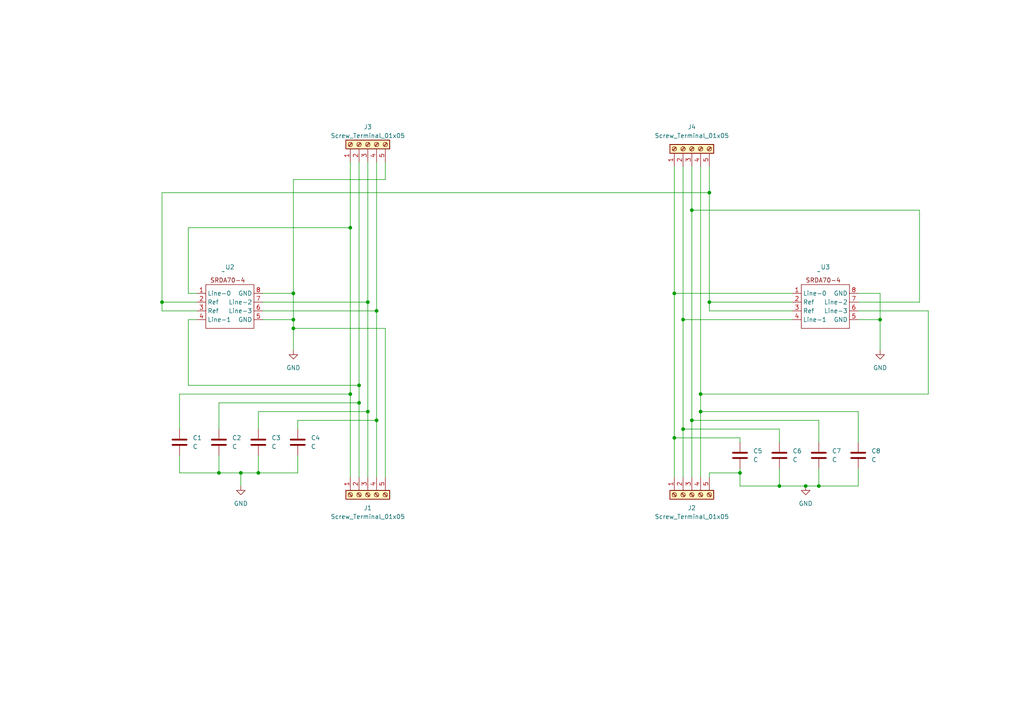
<source format=kicad_sch>
(kicad_sch (version 20230121) (generator eeschema)
  (paper "A4")
  (lib_symbols
    (symbol "Connector:Screw_Terminal_01x05" (pin_names (offset 1.016) hide)
      (property "Reference" "J" (at 0 7.62 0))
      (property "Value" "Screw_Terminal_01x05" (at 0 -7.62 0))
      (symbol "Screw_Terminal_01x05_1_1"
        (rectangle (start -1.27 6.35) (end 1.27 -6.35) (stroke (width 0.254)) (fill (type background)))
        (circle (center 0 -5.08) (radius 0.635) (stroke (width 0.1524)))
        (circle (center 0 -2.54) (radius 0.635) (stroke (width 0.1524)))
        (polyline (pts (xy -0.5334 -4.7498) (xy 0.3302 -5.588)) (stroke (width 0.1524)))
        (polyline (pts (xy -0.5334 -2.2098) (xy 0.3302 -3.048)) (stroke (width 0.1524)))
        (polyline (pts (xy -0.5334 0.3302) (xy 0.3302 -0.508)) (stroke (width 0.1524)))
        (polyline (pts (xy -0.5334 2.8702) (xy 0.3302 2.032)) (stroke (width 0.1524)))
        (polyline (pts (xy -0.5334 5.4102) (xy 0.3302 4.572)) (stroke (width 0.1524)))
        (polyline (pts (xy -0.3556 -4.572) (xy 0.508 -5.4102)) (stroke (width 0.1524)))
        (polyline (pts (xy -0.3556 -2.032) (xy 0.508 -2.8702)) (stroke (width 0.1524)))
        (polyline (pts (xy -0.3556 0.508) (xy 0.508 -0.3302)) (stroke (width 0.1524)))
        (polyline (pts (xy -0.3556 3.048) (xy 0.508 2.2098)) (stroke (width 0.1524)))
        (polyline (pts (xy -0.3556 5.588) (xy 0.508 4.7498)) (stroke (width 0.1524)))
        (circle (center 0 0) (radius 0.635) (stroke (width 0.1524)))
        (circle (center 0 2.54) (radius 0.635) (stroke (width 0.1524)))
        (circle (center 0 5.08) (radius 0.635) (stroke (width 0.1524)))
        (pin passive line (at -5.08 5.08 0) (length 3.81) (name "Pin_1") (number "1"))
        (pin passive line (at -5.08 2.54 0) (length 3.81) (name "Pin_2") (number "2"))
        (pin passive line (at -5.08 0 0) (length 3.81) (name "Pin_3") (number "3"))
        (pin passive line (at -5.08 -2.54 0) (length 3.81) (name "Pin_4") (number "4"))
        (pin passive line (at -5.08 -5.08 0) (length 3.81) (name "Pin_5") (number "5"))
      )
    )
    (symbol "Device:C" (pin_numbers hide) (pin_names (offset 0.254))
      (property "Reference" "C" (at 0.635 2.54 0))
      (property "Value" "C" (at 0.635 -2.54 0))
      (symbol "C_0_1"
        (polyline (pts (xy -2.032 -0.762) (xy 2.032 -0.762)) (stroke (width 0.508)))
        (polyline (pts (xy -2.032 0.762) (xy 2.032 0.762)) (stroke (width 0.508)))
      )
      (symbol "C_1_1"
        (pin passive line (at 0 3.81 270) (length 2.794) (name "~") (number "1"))
        (pin passive line (at 0 -3.81 90) (length 2.794) (name "~") (number "2"))
      )
    )
    (symbol "TVS_Diodes:SRDA70-4"
      (property "Reference" "U" (at 0 0 0))
      (symbol "SRDA70-4_0_1"
        (rectangle (start -5.08 -3.81) (end 8.89 -16.51))
      )
      (symbol "SRDA70-4_1_1"
        (text "SRDA70-4" (at 1.27 -2.54 0) (effects (font (size 1.27 1.27))))
        (pin input line (at -7.62 -6.35 0) (length 2.54) (name "Line-0") (number "1"))
        (pin input line (at -7.62 -8.89 0) (length 2.54) (name "Ref") (number "2"))
        (pin input line (at -7.62 -11.43 0) (length 2.54) (name "Ref") (number "3"))
        (pin input line (at -7.62 -13.97 0) (length 2.54) (name "Line-1") (number "4"))
        (pin input line (at 11.43 -13.97 180) (length 2.54) (name "GND") (number "5"))
        (pin input line (at 11.43 -11.43 180) (length 2.54) (name "Line-3") (number "6"))
        (pin input line (at 11.43 -8.89 180) (length 2.54) (name "Line-2") (number "7"))
        (pin input line (at 11.43 -6.35 180) (length 2.54) (name "GND") (number "8"))
      )
    )
    (symbol "power:GND" (power) (pin_names (offset 0))
      (property "Value" "GND" (at 0 -3.81 0))
      (symbol "GND_0_1"
        (polyline (pts (xy 0 0) (xy 0 -1.27) (xy 1.27 -1.27) (xy 0 -2.54) (xy -1.27 -1.27) (xy 0 -1.27)))
      )
      (symbol "GND_1_1"
        (pin power_in line (at 0 0 270) (length 0) hide (name "GND") (number "1"))
      )
    )
  )
  (junction (at 205.74 55.88))
  (junction (at 109.22 90.17))
  (junction (at 203.2 119.38))
  (junction (at 195.58 127))
  (junction (at 69.85 137.16))
  (junction (at 104.14 116.84))
  (junction (at 46.99 87.63))
  (junction (at 195.58 85.09))
  (junction (at 109.22 121.92))
  (junction (at 200.66 60.96))
  (junction (at 104.14 111.76))
  (junction (at 255.27 92.71))
  (junction (at 85.09 85.09))
  (junction (at 85.09 95.25))
  (junction (at 233.68 140.97))
  (junction (at 198.12 124.46))
  (junction (at 226.06 140.97))
  (junction (at 74.93 137.16))
  (junction (at 106.68 87.63))
  (junction (at 205.74 87.63))
  (junction (at 101.6 66.04))
  (junction (at 106.68 119.38))
  (junction (at 237.49 140.97))
  (junction (at 101.6 114.3))
  (junction (at 203.2 114.3))
  (junction (at 200.66 121.92))
  (junction (at 85.09 92.71))
  (junction (at 198.12 92.71))
  (junction (at 63.5 137.16))
  (junction (at 214.63 137.16))
  (wire (pts (xy 76.2 85.09) (xy 85.09 85.09)))
  (wire (pts (xy 214.63 135.89) (xy 214.63 137.16)))
  (wire (pts (xy 214.63 127) (xy 195.58 127)))
  (wire (pts (xy 255.27 92.71) (xy 255.27 101.6)))
  (wire (pts (xy 248.92 135.89) (xy 248.92 140.97)))
  (wire (pts (xy 54.61 85.09) (xy 54.61 66.04)))
  (wire (pts (xy 266.7 87.63) (xy 266.7 60.96)))
  (wire (pts (xy 54.61 92.71) (xy 54.61 111.76)))
  (wire (pts (xy 111.76 95.25) (xy 85.09 95.25)))
  (wire (pts (xy 86.36 132.08) (xy 86.36 137.16)))
  (wire (pts (xy 226.06 124.46) (xy 198.12 124.46)))
  (wire (pts (xy 200.66 60.96) (xy 200.66 121.92)))
  (wire (pts (xy 205.74 138.43) (xy 205.74 137.16)))
  (wire (pts (xy 248.92 128.27) (xy 248.92 119.38)))
  (wire (pts (xy 101.6 46.99) (xy 101.6 66.04)))
  (wire (pts (xy 106.68 119.38) (xy 106.68 138.43)))
  (wire (pts (xy 85.09 92.71) (xy 85.09 95.25)))
  (wire (pts (xy 226.06 140.97) (xy 233.68 140.97)))
  (wire (pts (xy 111.76 46.99) (xy 111.76 52.07)))
  (wire (pts (xy 63.5 124.46) (xy 63.5 116.84)))
  (wire (pts (xy 111.76 52.07) (xy 85.09 52.07)))
  (wire (pts (xy 205.74 137.16) (xy 214.63 137.16)))
  (wire (pts (xy 74.93 132.08) (xy 74.93 137.16)))
  (wire (pts (xy 85.09 95.25) (xy 85.09 101.6)))
  (wire (pts (xy 54.61 111.76) (xy 104.14 111.76)))
  (wire (pts (xy 101.6 66.04) (xy 101.6 114.3)))
  (wire (pts (xy 63.5 137.16) (xy 69.85 137.16)))
  (wire (pts (xy 46.99 90.17) (xy 46.99 87.63)))
  (wire (pts (xy 76.2 90.17) (xy 109.22 90.17)))
  (wire (pts (xy 63.5 132.08) (xy 63.5 137.16)))
  (wire (pts (xy 86.36 137.16) (xy 74.93 137.16)))
  (wire (pts (xy 198.12 92.71) (xy 229.87 92.71)))
  (wire (pts (xy 226.06 135.89) (xy 226.06 140.97)))
  (wire (pts (xy 255.27 85.09) (xy 255.27 92.71)))
  (wire (pts (xy 57.15 92.71) (xy 54.61 92.71)))
  (wire (pts (xy 248.92 119.38) (xy 203.2 119.38)))
  (wire (pts (xy 46.99 55.88) (xy 205.74 55.88)))
  (wire (pts (xy 195.58 127) (xy 195.58 138.43)))
  (wire (pts (xy 195.58 48.26) (xy 195.58 85.09)))
  (wire (pts (xy 104.14 111.76) (xy 104.14 116.84)))
  (wire (pts (xy 101.6 114.3) (xy 101.6 138.43)))
  (wire (pts (xy 57.15 90.17) (xy 46.99 90.17)))
  (wire (pts (xy 214.63 137.16) (xy 214.63 140.97)))
  (wire (pts (xy 198.12 92.71) (xy 198.12 124.46)))
  (wire (pts (xy 106.68 46.99) (xy 106.68 87.63)))
  (wire (pts (xy 76.2 92.71) (xy 85.09 92.71)))
  (wire (pts (xy 54.61 66.04) (xy 101.6 66.04)))
  (wire (pts (xy 198.12 48.26) (xy 198.12 92.71)))
  (wire (pts (xy 200.66 48.26) (xy 200.66 60.96)))
  (wire (pts (xy 237.49 135.89) (xy 237.49 140.97)))
  (wire (pts (xy 86.36 121.92) (xy 109.22 121.92)))
  (wire (pts (xy 205.74 87.63) (xy 229.87 87.63)))
  (wire (pts (xy 106.68 87.63) (xy 106.68 119.38)))
  (wire (pts (xy 57.15 85.09) (xy 54.61 85.09)))
  (wire (pts (xy 74.93 119.38) (xy 106.68 119.38)))
  (wire (pts (xy 198.12 124.46) (xy 198.12 138.43)))
  (wire (pts (xy 205.74 55.88) (xy 205.74 48.26)))
  (wire (pts (xy 76.2 87.63) (xy 106.68 87.63)))
  (wire (pts (xy 109.22 90.17) (xy 109.22 121.92)))
  (wire (pts (xy 229.87 90.17) (xy 205.74 90.17)))
  (wire (pts (xy 237.49 140.97) (xy 233.68 140.97)))
  (wire (pts (xy 63.5 116.84) (xy 104.14 116.84)))
  (wire (pts (xy 248.92 92.71) (xy 255.27 92.71)))
  (wire (pts (xy 195.58 85.09) (xy 229.87 85.09)))
  (wire (pts (xy 69.85 137.16) (xy 69.85 140.97)))
  (wire (pts (xy 226.06 128.27) (xy 226.06 124.46)))
  (wire (pts (xy 203.2 48.26) (xy 203.2 114.3)))
  (wire (pts (xy 205.74 90.17) (xy 205.74 87.63)))
  (wire (pts (xy 52.07 124.46) (xy 52.07 114.3)))
  (wire (pts (xy 248.92 140.97) (xy 237.49 140.97)))
  (wire (pts (xy 52.07 114.3) (xy 101.6 114.3)))
  (wire (pts (xy 248.92 90.17) (xy 269.24 90.17)))
  (wire (pts (xy 74.93 137.16) (xy 69.85 137.16)))
  (wire (pts (xy 109.22 121.92) (xy 109.22 138.43)))
  (wire (pts (xy 203.2 114.3) (xy 269.24 114.3)))
  (wire (pts (xy 109.22 46.99) (xy 109.22 90.17)))
  (wire (pts (xy 86.36 124.46) (xy 86.36 121.92)))
  (wire (pts (xy 104.14 46.99) (xy 104.14 111.76)))
  (wire (pts (xy 85.09 52.07) (xy 85.09 85.09)))
  (wire (pts (xy 85.09 85.09) (xy 85.09 92.71)))
  (wire (pts (xy 203.2 114.3) (xy 203.2 119.38)))
  (wire (pts (xy 203.2 119.38) (xy 203.2 138.43)))
  (wire (pts (xy 248.92 85.09) (xy 255.27 85.09)))
  (wire (pts (xy 200.66 121.92) (xy 200.66 138.43)))
  (wire (pts (xy 248.92 87.63) (xy 266.7 87.63)))
  (wire (pts (xy 205.74 87.63) (xy 205.74 55.88)))
  (wire (pts (xy 214.63 128.27) (xy 214.63 127)))
  (wire (pts (xy 74.93 124.46) (xy 74.93 119.38)))
  (wire (pts (xy 46.99 87.63) (xy 57.15 87.63)))
  (wire (pts (xy 237.49 128.27) (xy 237.49 121.92)))
  (wire (pts (xy 237.49 121.92) (xy 200.66 121.92)))
  (wire (pts (xy 266.7 60.96) (xy 200.66 60.96)))
  (wire (pts (xy 46.99 87.63) (xy 46.99 55.88)))
  (wire (pts (xy 104.14 116.84) (xy 104.14 138.43)))
  (wire (pts (xy 52.07 132.08) (xy 52.07 137.16)))
  (wire (pts (xy 195.58 85.09) (xy 195.58 127)))
  (wire (pts (xy 214.63 140.97) (xy 226.06 140.97)))
  (wire (pts (xy 111.76 138.43) (xy 111.76 95.25)))
  (wire (pts (xy 269.24 90.17) (xy 269.24 114.3)))
  (wire (pts (xy 52.07 137.16) (xy 63.5 137.16)))
  (symbol (lib_id "Device:C") (at 248.92 132.08 0) (unit 1)
    (property "Reference" "C8" (at 252.73 130.81 0) (effects (justify left)))
    (property "Value" "C" (at 252.73 133.35 0) (effects (justify left)))
    (property "Footprint" "TVS_Diodes:Bypass_C" (effects hide))
  )
  (symbol (lib_id "Connector:Screw_Terminal_01x05") (at 200.66 43.18 90) (unit 1)
    (property "Reference" "J4" (at 200.66 36.83 90))
    (property "Value" "Screw_Terminal_01x05" (at 200.66 39.37 90))
    (property "Footprint" "TVS_Diodes:TB002-500" (effects hide))
  )
  (symbol (lib_id "Device:C") (at 214.63 132.08 0) (unit 1)
    (property "Reference" "C5" (at 218.44 130.81 0) (effects (justify left)))
    (property "Value" "C" (at 218.44 133.35 0) (effects (justify left)))
    (property "Footprint" "TVS_Diodes:Bypass_C" (effects hide))
  )
  (symbol (lib_id "Connector:Screw_Terminal_01x05") (at 106.68 41.91 90) (unit 1)
    (property "Reference" "J3" (at 106.68 36.83 90))
    (property "Value" "Screw_Terminal_01x05" (at 106.68 39.37 90))
    (property "Footprint" "TVS_Diodes:TB002-500" (effects hide))
  )
  (symbol (lib_id "Connector:Screw_Terminal_01x05") (at 106.68 143.51 90) (mirror x) (unit 1)
    (property "Reference" "J1" (at 106.68 147.32 90))
    (property "Value" "Screw_Terminal_01x05" (at 106.68 149.86 90))
    (property "Footprint" "TVS_Diodes:TB002-500" (effects hide))
  )
  (symbol (lib_id "Device:C") (at 237.49 132.08 0) (unit 1)
    (property "Reference" "C7" (at 241.3 130.81 0) (effects (justify left)))
    (property "Value" "C" (at 241.3 133.35 0) (effects (justify left)))
    (property "Footprint" "TVS_Diodes:Bypass_C" (effects hide))
  )
  (symbol (lib_id "Device:C") (at 52.07 128.27 0) (unit 1)
    (property "Reference" "C1" (at 55.88 127 0) (effects (justify left)))
    (property "Value" "C" (at 55.88 129.54 0) (effects (justify left)))
    (property "Footprint" "TVS_Diodes:Bypass_C" (effects hide))
  )
  (symbol (lib_id "Connector:Screw_Terminal_01x05") (at 200.66 143.51 90) (mirror x) (unit 1)
    (property "Reference" "J2" (at 200.66 147.32 90))
    (property "Value" "Screw_Terminal_01x05" (at 200.66 149.86 90))
    (property "Footprint" "TVS_Diodes:TB002-500" (effects hide))
  )
  (symbol (lib_id "TVS_Diodes:SRDA70-4") (at 64.77 78.74 0) (unit 1)
    (property "Reference" "U2" (at 66.675 77.47 0))
    (property "Value" "~" (at 64.77 78.74 0))
    (property "Footprint" "TVS_Diodes:SRDA70-4" (effects hide))
  )
  (symbol (lib_id "power:GND") (at 255.27 101.6 0) (unit 1)
    (property "Reference" "#PWR010" (effects hide))
    (property "Value" "GND" (at 255.27 106.68 0))
  )
  (symbol (lib_id "Device:C") (at 86.36 128.27 0) (unit 1)
    (property "Reference" "C4" (at 90.17 127 0) (effects (justify left)))
    (property "Value" "C" (at 90.17 129.54 0) (effects (justify left)))
    (property "Footprint" "TVS_Diodes:Bypass_C" (effects hide))
  )
  (symbol (lib_id "power:GND") (at 233.68 140.97 0) (unit 1)
    (property "Reference" "#PWR03" (effects hide))
    (property "Value" "GND" (at 233.68 146.05 0))
  )
  (symbol (lib_id "Device:C") (at 74.93 128.27 0) (unit 1)
    (property "Reference" "C3" (at 78.74 127 0) (effects (justify left)))
    (property "Value" "C" (at 78.74 129.54 0) (effects (justify left)))
    (property "Footprint" "TVS_Diodes:Bypass_C" (effects hide))
  )
  (symbol (lib_id "power:GND") (at 69.85 140.97 0) (unit 1)
    (property "Reference" "#PWR02" (effects hide))
    (property "Value" "GND" (at 69.85 146.05 0))
  )
  (symbol (lib_id "power:GND") (at 85.09 101.6 0) (unit 1)
    (property "Reference" "#PWR011" (effects hide))
    (property "Value" "GND" (at 85.09 106.68 0))
  )
  (symbol (lib_id "TVS_Diodes:SRDA70-4") (at 237.49 78.74 0) (unit 1)
    (property "Reference" "U3" (at 239.395 77.47 0))
    (property "Value" "~" (at 237.49 78.74 0))
    (property "Footprint" "TVS_Diodes:SRDA70-4" (effects hide))
  )
  (symbol (lib_id "Device:C") (at 226.06 132.08 0) (unit 1)
    (property "Reference" "C6" (at 229.87 130.81 0) (effects (justify left)))
    (property "Value" "C" (at 229.87 133.35 0) (effects (justify left)))
    (property "Footprint" "TVS_Diodes:Bypass_C" (effects hide))
  )
  (symbol (lib_id "Device:C") (at 63.5 128.27 0) (unit 1)
    (property "Reference" "C2" (at 67.31 127 0) (effects (justify left)))
    (property "Value" "C" (at 67.31 129.54 0) (effects (justify left)))
    (property "Footprint" "TVS_Diodes:Bypass_C" (effects hide))
  )
)
</source>
